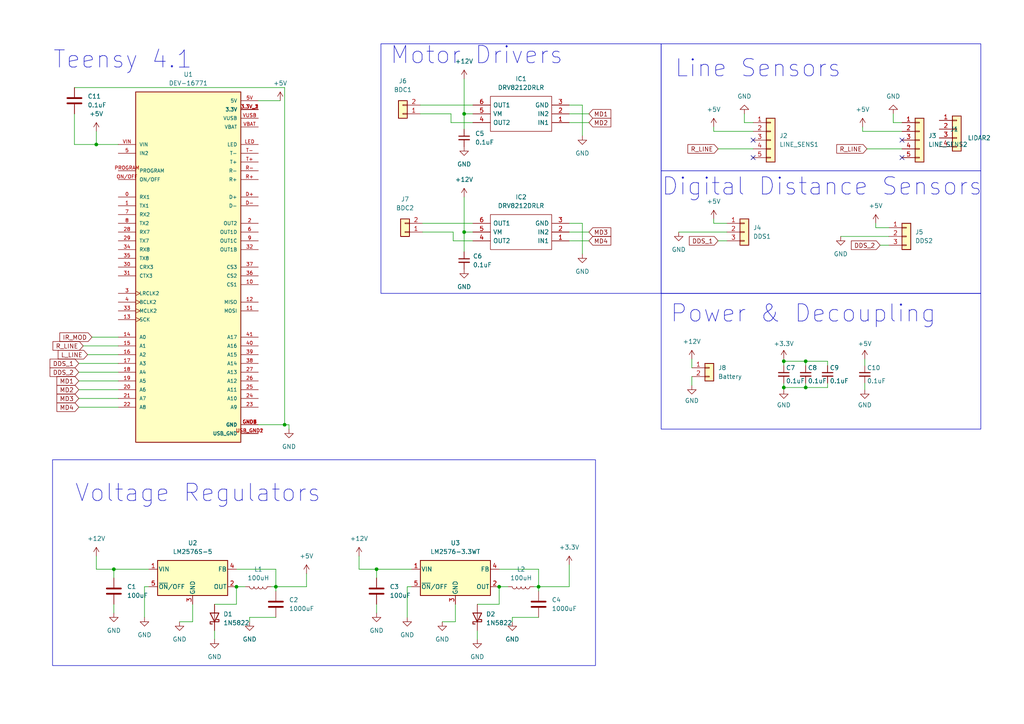
<source format=kicad_sch>
(kicad_sch (version 20230121) (generator eeschema)
  (paper "A4")
  (lib_symbols
    (symbol "C_1" (pin_numbers hide) (pin_names (offset 0.254))
      (property "Reference" "C2" (at 3.81 1.27 0))
      (property "Value" "1000uF" (at 3.81 -1.27 0))
      (symbol "C_1_0_1"
        (polyline (pts (xy -2.032 -0.762) (xy 2.032 -0.762)) (stroke (width 0.508)))
        (polyline (pts (xy -2.032 0.762) (xy 2.032 0.762)) (stroke (width 0.508)))
      )
      (symbol "C_1_1_1"
        (pin passive line (at 0 3.81 270) (length 2.794) (name "~") (number "1"))
        (pin passive line (at 0 -3.81 90) (length 2.794) (name "~") (number "2"))
      )
    )
    (symbol "C_2" (pin_numbers hide) (pin_names (offset 0.254))
      (property "Reference" "C" (at 0.635 2.54 0))
      (property "Value" "C" (at 0.635 -2.54 0))
      (symbol "C_2_0_1"
        (polyline (pts (xy -2.032 -0.762) (xy 2.032 -0.762)) (stroke (width 0.508)))
        (polyline (pts (xy -2.032 0.762) (xy 2.032 0.762)) (stroke (width 0.508)))
      )
      (symbol "C_2_1_1"
        (pin passive line (at 0 3.81 270) (length 2.794) (name "~") (number "1"))
        (pin passive line (at 0 -3.81 90) (length 2.794) (name "~") (number "2"))
      )
    )
    (symbol "Connector_Generic:Conn_01x02" (pin_names (offset 1.016) hide)
      (property "Reference" "J" (at 0 2.54 0))
      (property "Value" "Conn_01x02" (at 0 -5.08 0))
      (symbol "Conn_01x02_1_1"
        (rectangle (start -1.27 -2.413) (end 0 -2.667) (stroke (width 0.1524)))
        (rectangle (start -1.27 0.127) (end 0 -0.127) (stroke (width 0.1524)))
        (rectangle (start -1.27 1.27) (end 1.27 -3.81) (stroke (width 0.254)) (fill (type background)))
        (pin passive line (at -5.08 0 0) (length 3.81) (name "Pin_1") (number "1"))
        (pin passive line (at -5.08 -2.54 0) (length 3.81) (name "Pin_2") (number "2"))
      )
    )
    (symbol "Connector_Generic:Conn_01x03" (pin_names (offset 1.016) hide)
      (property "Reference" "J" (at 0 5.08 0))
      (property "Value" "Conn_01x03" (at 0 -5.08 0))
      (symbol "Conn_01x03_1_1"
        (rectangle (start -1.27 -2.413) (end 0 -2.667) (stroke (width 0.1524)))
        (rectangle (start -1.27 0.127) (end 0 -0.127) (stroke (width 0.1524)))
        (rectangle (start -1.27 2.667) (end 0 2.413) (stroke (width 0.1524)))
        (rectangle (start -1.27 3.81) (end 1.27 -3.81) (stroke (width 0.254)) (fill (type background)))
        (pin passive line (at -5.08 2.54 0) (length 3.81) (name "Pin_1") (number "1"))
        (pin passive line (at -5.08 0 0) (length 3.81) (name "Pin_2") (number "2"))
        (pin passive line (at -5.08 -2.54 0) (length 3.81) (name "Pin_3") (number "3"))
      )
    )
    (symbol "Connector_Generic:Conn_01x04" (pin_names (offset 1.016) hide)
      (property "Reference" "J" (at 0 5.08 0))
      (property "Value" "Conn_01x04" (at 0 -7.62 0))
      (symbol "Conn_01x04_1_1"
        (rectangle (start -1.27 -4.953) (end 0 -5.207) (stroke (width 0.1524)))
        (rectangle (start -1.27 -2.413) (end 0 -2.667) (stroke (width 0.1524)))
        (rectangle (start -1.27 0.127) (end 0 -0.127) (stroke (width 0.1524)))
        (rectangle (start -1.27 2.667) (end 0 2.413) (stroke (width 0.1524)))
        (rectangle (start -1.27 3.81) (end 1.27 -6.35) (stroke (width 0.254)) (fill (type background)))
        (pin passive line (at -5.08 2.54 0) (length 3.81) (name "Pin_1") (number "1"))
        (pin passive line (at -5.08 0 0) (length 3.81) (name "Pin_2") (number "2"))
        (pin passive line (at -5.08 -2.54 0) (length 3.81) (name "Pin_3") (number "3"))
        (pin passive line (at -5.08 -5.08 0) (length 3.81) (name "Pin_4") (number "4"))
      )
    )
    (symbol "Connector_Generic:Conn_01x05" (pin_names (offset 1.016) hide)
      (property "Reference" "J" (at 0 7.62 0))
      (property "Value" "Conn_01x05" (at 0 -7.62 0))
      (symbol "Conn_01x05_1_1"
        (rectangle (start -1.27 -4.953) (end 0 -5.207) (stroke (width 0.1524)))
        (rectangle (start -1.27 -2.413) (end 0 -2.667) (stroke (width 0.1524)))
        (rectangle (start -1.27 0.127) (end 0 -0.127) (stroke (width 0.1524)))
        (rectangle (start -1.27 2.667) (end 0 2.413) (stroke (width 0.1524)))
        (rectangle (start -1.27 5.207) (end 0 4.953) (stroke (width 0.1524)))
        (rectangle (start -1.27 6.35) (end 1.27 -6.35) (stroke (width 0.254)) (fill (type background)))
        (pin passive line (at -5.08 5.08 0) (length 3.81) (name "Pin_1") (number "1"))
        (pin passive line (at -5.08 2.54 0) (length 3.81) (name "Pin_2") (number "2"))
        (pin passive line (at -5.08 0 0) (length 3.81) (name "Pin_3") (number "3"))
        (pin passive line (at -5.08 -2.54 0) (length 3.81) (name "Pin_4") (number "4"))
        (pin passive line (at -5.08 -5.08 0) (length 3.81) (name "Pin_5") (number "5"))
      )
    )
    (symbol "DEV-16771:DEV-16771" (pin_names (offset 1.016))
      (property "Reference" "U" (at -15.24 52.07 0))
      (property "Value" "DEV-16771" (at -15.24 -53.34 0))
      (symbol "DEV-16771_0_0"
        (rectangle (start -15.24 -50.8) (end 15.24 50.8) (stroke (width 0.254)) (fill (type background)))
        (pin bidirectional line (at -20.32 20.32 0) (length 5.08) (name "RX1") (number "0"))
        (pin bidirectional line (at -20.32 17.78 0) (length 5.08) (name "TX1") (number "1"))
        (pin bidirectional line (at 20.32 -5.08 180) (length 5.08) (name "CS1") (number "10"))
        (pin bidirectional line (at 20.32 -12.7 180) (length 5.08) (name "MOSI") (number "11"))
        (pin bidirectional line (at 20.32 -10.16 180) (length 5.08) (name "MISO") (number "12"))
        (pin bidirectional clock (at -20.32 -15.24 0) (length 5.08) (name "SCK") (number "13"))
        (pin bidirectional line (at -20.32 -20.32 0) (length 5.08) (name "A0") (number "14"))
        (pin bidirectional line (at -20.32 -22.86 0) (length 5.08) (name "A1") (number "15"))
        (pin bidirectional line (at -20.32 -25.4 0) (length 5.08) (name "A2") (number "16"))
        (pin bidirectional line (at -20.32 -27.94 0) (length 5.08) (name "A3") (number "17"))
        (pin bidirectional line (at -20.32 -30.48 0) (length 5.08) (name "A4") (number "18"))
        (pin bidirectional line (at -20.32 -33.02 0) (length 5.08) (name "A5") (number "19"))
        (pin output line (at 20.32 12.7 180) (length 5.08) (name "OUT2") (number "2"))
        (pin bidirectional line (at -20.32 -35.56 0) (length 5.08) (name "A6") (number "20"))
        (pin bidirectional line (at -20.32 -38.1 0) (length 5.08) (name "A7") (number "21"))
        (pin bidirectional line (at -20.32 -40.64 0) (length 5.08) (name "A8") (number "22"))
        (pin bidirectional line (at 20.32 -40.64 180) (length 5.08) (name "A9") (number "23"))
        (pin bidirectional line (at 20.32 -38.1 180) (length 5.08) (name "A10") (number "24"))
        (pin bidirectional line (at 20.32 -35.56 180) (length 5.08) (name "A11") (number "25"))
        (pin bidirectional line (at 20.32 -33.02 180) (length 5.08) (name "A12") (number "26"))
        (pin bidirectional line (at 20.32 -30.48 180) (length 5.08) (name "A13") (number "27"))
        (pin bidirectional line (at -20.32 10.16 0) (length 5.08) (name "RX7") (number "28"))
        (pin bidirectional line (at -20.32 7.62 0) (length 5.08) (name "TX7") (number "29"))
        (pin bidirectional clock (at -20.32 -7.62 0) (length 5.08) (name "LRCLK2") (number "3"))
        (pin power_in line (at 20.32 45.72 180) (length 5.08) (name "3.3V") (number "3.3V_1"))
        (pin power_in line (at 20.32 45.72 180) (length 5.08) (name "3.3V") (number "3.3V_2"))
        (pin power_in line (at 20.32 45.72 180) (length 5.08) (name "3.3V") (number "3.3V_3"))
        (pin bidirectional line (at -20.32 0 0) (length 5.08) (name "CRX3") (number "30"))
        (pin bidirectional line (at -20.32 -2.54 0) (length 5.08) (name "CTX3") (number "31"))
        (pin output line (at 20.32 5.08 180) (length 5.08) (name "OUT1B") (number "32"))
        (pin bidirectional clock (at -20.32 -12.7 0) (length 5.08) (name "MCLK2") (number "33"))
        (pin bidirectional line (at -20.32 5.08 0) (length 5.08) (name "RX8") (number "34"))
        (pin bidirectional line (at -20.32 2.54 0) (length 5.08) (name "TX8") (number "35"))
        (pin bidirectional line (at 20.32 -2.54 180) (length 5.08) (name "CS2") (number "36"))
        (pin bidirectional line (at 20.32 0 180) (length 5.08) (name "CS3") (number "37"))
        (pin bidirectional line (at 20.32 -27.94 180) (length 5.08) (name "A14") (number "38"))
        (pin bidirectional line (at 20.32 -25.4 180) (length 5.08) (name "A15") (number "39"))
        (pin bidirectional clock (at -20.32 -10.16 0) (length 5.08) (name "BCLK2") (number "4"))
        (pin bidirectional line (at 20.32 -22.86 180) (length 5.08) (name "A16") (number "40"))
        (pin bidirectional line (at 20.32 -20.32 180) (length 5.08) (name "A17") (number "41"))
        (pin bidirectional line (at -20.32 33.02 0) (length 5.08) (name "IN2") (number "5"))
        (pin power_in line (at 20.32 48.26 180) (length 5.08) (name "5V") (number "5V"))
        (pin output line (at 20.32 10.16 180) (length 5.08) (name "OUT1D") (number "6"))
        (pin bidirectional line (at -20.32 15.24 0) (length 5.08) (name "RX2") (number "7"))
        (pin bidirectional line (at -20.32 12.7 0) (length 5.08) (name "TX2") (number "8"))
        (pin output line (at 20.32 7.62 180) (length 5.08) (name "OUT1C") (number "9"))
        (pin bidirectional line (at 20.32 20.32 180) (length 5.08) (name "D+") (number "D+"))
        (pin bidirectional line (at 20.32 17.78 180) (length 5.08) (name "D-") (number "D-"))
        (pin power_in line (at 20.32 -45.72 180) (length 5.08) (name "GND") (number "GND1"))
        (pin power_in line (at 20.32 -45.72 180) (length 5.08) (name "GND") (number "GND2"))
        (pin power_in line (at 20.32 -45.72 180) (length 5.08) (name "GND") (number "GND3"))
        (pin power_in line (at 20.32 -45.72 180) (length 5.08) (name "GND") (number "GND4"))
        (pin power_in line (at 20.32 -45.72 180) (length 5.08) (name "GND") (number "GND5"))
        (pin bidirectional line (at 20.32 35.56 180) (length 5.08) (name "LED") (number "LED"))
        (pin bidirectional line (at -20.32 25.4 0) (length 5.08) (name "ON/OFF") (number "ON/OFF"))
        (pin bidirectional line (at -20.32 27.94 0) (length 5.08) (name "PROGRAM") (number "PROGRAM"))
        (pin bidirectional line (at 20.32 25.4 180) (length 5.08) (name "R+") (number "R+"))
        (pin bidirectional line (at 20.32 27.94 180) (length 5.08) (name "R-") (number "R-"))
        (pin bidirectional line (at 20.32 30.48 180) (length 5.08) (name "T+") (number "T+"))
        (pin bidirectional line (at 20.32 33.02 180) (length 5.08) (name "T-") (number "T-"))
        (pin power_in line (at 20.32 -48.26 180) (length 5.08) (name "USB_GND") (number "USB_GND1"))
        (pin power_in line (at 20.32 -48.26 180) (length 5.08) (name "USB_GND") (number "USB_GND2"))
        (pin passive line (at 20.32 40.64 180) (length 5.08) (name "VBAT") (number "VBAT"))
        (pin input line (at -20.32 35.56 0) (length 5.08) (name "VIN") (number "VIN"))
        (pin passive line (at 20.32 43.18 180) (length 5.08) (name "VUSB") (number "VUSB"))
      )
    )
    (symbol "DRV8212DRLR:DRV8212DRLR" (pin_names (offset 0.762))
      (property "Reference" "IC" (at 24.13 7.62 0))
      (property "Value" "DRV8212DRLR" (at 24.13 5.08 0))
      (symbol "DRV8212DRLR_0_0"
        (pin passive line (at 0 0 0) (length 5.08) (name "IN1") (number "1"))
        (pin passive line (at 0 -2.54 0) (length 5.08) (name "IN2") (number "2"))
        (pin passive line (at 0 -5.08 0) (length 5.08) (name "GND") (number "3"))
        (pin passive line (at 27.94 0 180) (length 5.08) (name "OUT2") (number "4"))
        (pin passive line (at 27.94 -2.54 180) (length 5.08) (name "VM") (number "5"))
        (pin passive line (at 27.94 -5.08 180) (length 5.08) (name "OUT1") (number "6"))
      )
      (symbol "DRV8212DRLR_0_1"
        (polyline (pts (xy 5.08 2.54) (xy 22.86 2.54) (xy 22.86 -7.62) (xy 5.08 -7.62) (xy 5.08 2.54)) (stroke (width 0.1524)))
      )
    )
    (symbol "Device:C" (pin_numbers hide) (pin_names (offset 0.254))
      (property "Reference" "C1" (at 3.81 1.27 0))
      (property "Value" "100uF" (at 3.81 -1.27 0))
      (symbol "C_0_1"
        (polyline (pts (xy -2.032 -0.762) (xy 2.032 -0.762)) (stroke (width 0.508)))
        (polyline (pts (xy -2.032 0.762) (xy 2.032 0.762)) (stroke (width 0.508)))
      )
      (symbol "C_1_1"
        (pin passive line (at 0 3.81 270) (length 2.794) (name "~") (number "1"))
        (pin passive line (at 0 -3.81 90) (length 2.794) (name "~") (number "2"))
      )
    )
    (symbol "Device:C_Small" (pin_numbers hide) (pin_names (offset 0.254) hide)
      (property "Reference" "C" (at 0.254 1.778 0))
      (property "Value" "C_Small" (at 0.254 -2.032 0))
      (symbol "C_Small_0_1"
        (polyline (pts (xy -1.524 -0.508) (xy 1.524 -0.508)) (stroke (width 0.3302)))
        (polyline (pts (xy -1.524 0.508) (xy 1.524 0.508)) (stroke (width 0.3048)))
      )
      (symbol "C_Small_1_1"
        (pin passive line (at 0 2.54 270) (length 2.032) (name "~") (number "1"))
        (pin passive line (at 0 -2.54 90) (length 2.032) (name "~") (number "2"))
      )
    )
    (symbol "Device:L" (pin_numbers hide) (pin_names (offset 1.016) hide)
      (property "Reference" "L1" (at -5.08 0 90))
      (property "Value" "100uH" (at -2.54 0 90))
      (symbol "L_0_1"
        (arc (start 0 -2.54) (mid 0.6323 -1.905) (end 0 -1.27))
        (arc (start 0 -1.27) (mid 0.6323 -0.635) (end 0 0))
        (arc (start 0 0) (mid 0.6323 0.635) (end 0 1.27))
        (arc (start 0 1.27) (mid 0.6323 1.905) (end 0 2.54))
      )
      (symbol "L_1_1"
        (pin passive line (at 0 3.81 270) (length 1.27) (name "1") (number "1"))
        (pin passive line (at 0 -3.81 90) (length 1.27) (name "2") (number "2"))
      )
    )
    (symbol "Diode:1N5822" (pin_numbers hide) (pin_names (offset 1.016) hide)
      (property "Reference" "D" (at 0 2.54 0))
      (property "Value" "1N5822" (at 0 -2.54 0))
      (symbol "1N5822_0_1"
        (polyline (pts (xy 1.27 0) (xy -1.27 0)))
        (polyline (pts (xy 1.27 1.27) (xy 1.27 -1.27) (xy -1.27 0) (xy 1.27 1.27)) (stroke (width 0.254)))
        (polyline (pts (xy -1.905 0.635) (xy -1.905 1.27) (xy -1.27 1.27) (xy -1.27 -1.27) (xy -0.635 -1.27) (xy -0.635 -0.635)) (stroke (width 0.254)))
      )
      (symbol "1N5822_1_1"
        (pin passive line (at -3.81 0 0) (length 2.54) (name "K") (number "1"))
        (pin passive line (at 3.81 0 180) (length 2.54) (name "A") (number "2"))
      )
    )
    (symbol "Regulator_Switching:LM2576S-5" (pin_names (offset 0.254))
      (property "Reference" "U" (at -10.16 6.35 0))
      (property "Value" "LM2576S-5" (at 0 6.35 0))
      (symbol "LM2576S-5_0_1"
        (rectangle (start -10.16 5.08) (end 10.16 -5.08) (stroke (width 0.254)) (fill (type background)))
      )
      (symbol "LM2576S-5_1_1"
        (pin power_in line (at -12.7 2.54 0) (length 2.54) (name "VIN") (number "1"))
        (pin output line (at 12.7 -2.54 180) (length 2.54) (name "OUT") (number "2"))
        (pin power_in line (at 0 -7.62 90) (length 2.54) (name "GND") (number "3"))
        (pin input line (at 12.7 2.54 180) (length 2.54) (name "FB") (number "4"))
        (pin input line (at -12.7 -2.54 0) (length 2.54) (name "~{ON}/OFF") (number "5"))
      )
    )
    (symbol "power:+12V" (power) (pin_names (offset 0))
      (property "Value" "+12V" (at 0 3.556 0))
      (symbol "+12V_0_1"
        (polyline (pts (xy -0.762 1.27) (xy 0 2.54)))
        (polyline (pts (xy 0 0) (xy 0 2.54)))
        (polyline (pts (xy 0 2.54) (xy 0.762 1.27)))
      )
      (symbol "+12V_1_1"
        (pin power_in line (at 0 0 90) (length 0) hide (name "+12V") (number "1"))
      )
    )
    (symbol "power:+3.3V" (power) (pin_names (offset 0))
      (property "Value" "+3.3V" (at 0 3.556 0))
      (symbol "+3.3V_0_1"
        (polyline (pts (xy -0.762 1.27) (xy 0 2.54)))
        (polyline (pts (xy 0 0) (xy 0 2.54)))
        (polyline (pts (xy 0 2.54) (xy 0.762 1.27)))
      )
      (symbol "+3.3V_1_1"
        (pin power_in line (at 0 0 90) (length 0) hide (name "+3.3V") (number "1"))
      )
    )
    (symbol "power:+5V" (power) (pin_names (offset 0))
      (property "Value" "+5V" (at 0 3.556 0))
      (symbol "+5V_0_1"
        (polyline (pts (xy -0.762 1.27) (xy 0 2.54)))
        (polyline (pts (xy 0 0) (xy 0 2.54)))
        (polyline (pts (xy 0 2.54) (xy 0.762 1.27)))
      )
      (symbol "+5V_1_1"
        (pin power_in line (at 0 0 90) (length 0) hide (name "+5V") (number "1"))
      )
    )
    (symbol "power:GND" (power) (pin_names (offset 0))
      (property "Value" "GND" (at 0 -3.81 0))
      (symbol "GND_0_1"
        (polyline (pts (xy 0 0) (xy 0 -1.27) (xy 1.27 -1.27) (xy 0 -2.54) (xy -1.27 -1.27) (xy 0 -1.27)))
      )
      (symbol "GND_1_1"
        (pin power_in line (at 0 0 270) (length 0) hide (name "GND") (number "1"))
      )
    )
  )
  (junction (at 233.68 104.775))
  (junction (at 227.33 112.395))
  (junction (at 68.58 170.18))
  (junction (at 134.62 33.02))
  (junction (at 109.22 165.1))
  (junction (at 33.02 165.1))
  (junction (at 134.62 67.31))
  (junction (at 233.68 112.395))
  (junction (at 82.55 123.19))
  (junction (at 144.78 170.18))
  (junction (at 156.21 170.18))
  (junction (at 80.01 170.18))
  (junction (at 227.33 104.775))
  (junction (at 27.94 41.91))
  (no_connect (at 218.44 40.64))
  (no_connect (at 261.62 45.72))
  (no_connect (at 261.62 40.64))
  (no_connect (at 218.44 45.72))
  (wire (pts (xy 138.43 182.88) (xy 138.43 185.42)))
  (wire (pts (xy 156.21 179.07) (xy 148.59 179.07)))
  (wire (pts (xy 215.9 33.02) (xy 215.9 35.56)))
  (wire (pts (xy 121.92 33.02) (xy 130.81 33.02)))
  (wire (pts (xy 233.68 111.125) (xy 233.68 112.395)))
  (wire (pts (xy 104.14 161.29) (xy 104.14 165.1)))
  (wire (pts (xy 156.21 170.18) (xy 156.21 171.45)))
  (wire (pts (xy 207.01 64.77) (xy 210.82 64.77)))
  (wire (pts (xy 131.445 69.85) (xy 131.445 67.31)))
  (wire (pts (xy 215.9 35.56) (xy 218.44 35.56)))
  (wire (pts (xy 27.94 165.1) (xy 33.02 165.1)))
  (wire (pts (xy 22.86 107.95) (xy 34.29 107.95)))
  (wire (pts (xy 122.555 64.77) (xy 137.16 64.77)))
  (wire (pts (xy 43.18 170.18) (xy 41.91 170.18)))
  (wire (pts (xy 144.78 165.1) (xy 156.21 165.1)))
  (wire (pts (xy 21.59 25.4) (xy 82.55 25.4)))
  (wire (pts (xy 156.21 170.18) (xy 165.1 170.18)))
  (wire (pts (xy 104.14 165.1) (xy 109.22 165.1)))
  (wire (pts (xy 26.67 97.79) (xy 34.29 97.79)))
  (wire (pts (xy 144.78 170.18) (xy 147.32 170.18)))
  (wire (pts (xy 207.01 63.5) (xy 207.01 64.77)))
  (wire (pts (xy 22.86 113.03) (xy 34.29 113.03)))
  (wire (pts (xy 72.39 179.07) (xy 72.39 180.34)))
  (wire (pts (xy 208.28 69.85) (xy 210.82 69.85)))
  (wire (pts (xy 80.01 165.1) (xy 80.01 170.18)))
  (wire (pts (xy 218.44 38.1) (xy 207.01 38.1)))
  (wire (pts (xy 118.11 170.18) (xy 118.11 179.07)))
  (wire (pts (xy 227.33 104.775) (xy 227.33 106.045)))
  (wire (pts (xy 254 64.77) (xy 254 66.04)))
  (wire (pts (xy 82.55 25.4) (xy 82.55 123.19)))
  (wire (pts (xy 134.62 57.15) (xy 134.62 67.31)))
  (wire (pts (xy 227.33 112.395) (xy 227.33 113.03)))
  (wire (pts (xy 240.03 111.125) (xy 240.03 112.395)))
  (wire (pts (xy 132.08 180.34) (xy 128.27 180.34)))
  (wire (pts (xy 109.22 165.1) (xy 119.38 165.1)))
  (wire (pts (xy 259.08 35.56) (xy 261.62 35.56)))
  (wire (pts (xy 240.03 104.775) (xy 233.68 104.775)))
  (wire (pts (xy 74.93 29.21) (xy 81.28 29.21)))
  (wire (pts (xy 165.1 33.02) (xy 170.815 33.02)))
  (wire (pts (xy 165.1 163.83) (xy 165.1 170.18)))
  (wire (pts (xy 233.68 112.395) (xy 240.03 112.395)))
  (wire (pts (xy 80.01 179.07) (xy 72.39 179.07)))
  (wire (pts (xy 156.21 165.1) (xy 156.21 170.18)))
  (wire (pts (xy 22.86 118.11) (xy 34.29 118.11)))
  (wire (pts (xy 168.91 30.48) (xy 168.91 39.37)))
  (wire (pts (xy 55.88 180.34) (xy 52.07 180.34)))
  (wire (pts (xy 200.66 109.22) (xy 200.66 111.76)))
  (wire (pts (xy 240.03 106.045) (xy 240.03 104.775)))
  (wire (pts (xy 62.23 182.88) (xy 62.23 185.42)))
  (wire (pts (xy 200.66 106.68) (xy 200.66 104.14)))
  (wire (pts (xy 78.74 170.18) (xy 80.01 170.18)))
  (wire (pts (xy 55.88 175.26) (xy 55.88 180.34)))
  (wire (pts (xy 80.01 170.18) (xy 80.01 171.45)))
  (wire (pts (xy 21.59 41.91) (xy 27.94 41.91)))
  (wire (pts (xy 27.94 41.91) (xy 34.29 41.91)))
  (wire (pts (xy 208.28 43.18) (xy 218.44 43.18)))
  (wire (pts (xy 83.82 123.19) (xy 83.82 124.46)))
  (wire (pts (xy 165.1 64.77) (xy 168.91 64.77)))
  (wire (pts (xy 227.33 112.395) (xy 233.68 112.395)))
  (wire (pts (xy 109.22 175.26) (xy 109.22 177.8)))
  (wire (pts (xy 144.78 175.26) (xy 144.78 170.18)))
  (wire (pts (xy 119.38 170.18) (xy 118.11 170.18)))
  (wire (pts (xy 68.58 165.1) (xy 80.01 165.1)))
  (wire (pts (xy 165.1 35.56) (xy 170.815 35.56)))
  (wire (pts (xy 27.94 41.91) (xy 27.94 38.1)))
  (wire (pts (xy 168.91 30.48) (xy 165.1 30.48)))
  (wire (pts (xy 243.84 68.58) (xy 257.81 68.58)))
  (wire (pts (xy 21.59 33.02) (xy 21.59 41.91)))
  (wire (pts (xy 227.33 111.125) (xy 227.33 112.395)))
  (wire (pts (xy 254 66.04) (xy 257.81 66.04)))
  (wire (pts (xy 134.62 22.86) (xy 134.62 33.02)))
  (wire (pts (xy 121.92 30.48) (xy 137.16 30.48)))
  (wire (pts (xy 130.81 33.02) (xy 130.81 35.56)))
  (wire (pts (xy 250.825 104.14) (xy 250.825 106.045)))
  (wire (pts (xy 207.01 38.1) (xy 207.01 36.83)))
  (wire (pts (xy 41.91 170.18) (xy 41.91 179.07)))
  (wire (pts (xy 22.86 110.49) (xy 34.29 110.49)))
  (wire (pts (xy 68.58 170.18) (xy 71.12 170.18)))
  (wire (pts (xy 137.16 69.85) (xy 131.445 69.85)))
  (wire (pts (xy 33.02 165.1) (xy 33.02 167.64)))
  (wire (pts (xy 196.85 67.31) (xy 210.82 67.31)))
  (wire (pts (xy 33.02 165.1) (xy 43.18 165.1)))
  (wire (pts (xy 227.33 104.14) (xy 227.33 104.775)))
  (wire (pts (xy 80.01 170.18) (xy 88.9 170.18)))
  (wire (pts (xy 148.59 179.07) (xy 148.59 180.34)))
  (wire (pts (xy 24.13 100.33) (xy 34.29 100.33)))
  (wire (pts (xy 25.4 102.87) (xy 34.29 102.87)))
  (wire (pts (xy 250.825 111.125) (xy 250.825 113.03)))
  (wire (pts (xy 88.9 166.37) (xy 88.9 170.18)))
  (wire (pts (xy 22.86 105.41) (xy 34.29 105.41)))
  (wire (pts (xy 154.94 170.18) (xy 156.21 170.18)))
  (wire (pts (xy 233.68 104.775) (xy 227.33 104.775)))
  (wire (pts (xy 259.08 33.02) (xy 259.08 35.56)))
  (wire (pts (xy 68.58 175.26) (xy 68.58 170.18)))
  (wire (pts (xy 82.55 123.19) (xy 83.82 123.19)))
  (wire (pts (xy 251.46 43.18) (xy 261.62 43.18)))
  (wire (pts (xy 138.43 175.26) (xy 144.78 175.26)))
  (wire (pts (xy 131.445 67.31) (xy 122.555 67.31)))
  (wire (pts (xy 22.86 115.57) (xy 34.29 115.57)))
  (wire (pts (xy 250.19 38.1) (xy 250.19 36.83)))
  (wire (pts (xy 134.62 33.02) (xy 134.62 37.465)))
  (wire (pts (xy 137.16 67.31) (xy 134.62 67.31)))
  (wire (pts (xy 109.22 165.1) (xy 109.22 167.64)))
  (wire (pts (xy 233.68 104.775) (xy 233.68 106.045)))
  (wire (pts (xy 165.1 67.31) (xy 170.815 67.31)))
  (wire (pts (xy 27.94 161.29) (xy 27.94 165.1)))
  (wire (pts (xy 74.93 123.19) (xy 82.55 123.19)))
  (wire (pts (xy 130.81 35.56) (xy 137.16 35.56)))
  (wire (pts (xy 261.62 38.1) (xy 250.19 38.1)))
  (wire (pts (xy 134.62 67.31) (xy 134.62 73.025)))
  (wire (pts (xy 168.91 73.66) (xy 168.91 64.77)))
  (wire (pts (xy 33.02 175.26) (xy 33.02 177.8)))
  (wire (pts (xy 165.1 69.85) (xy 170.815 69.85)))
  (wire (pts (xy 132.08 175.26) (xy 132.08 180.34)))
  (wire (pts (xy 255.27 71.12) (xy 257.81 71.12)))
  (wire (pts (xy 134.62 33.02) (xy 137.16 33.02)))
  (wire (pts (xy 62.23 175.26) (xy 68.58 175.26)))
  (rectangle (start 191.77 12.7) (end 284.48 49.53))
  (rectangle (start 110.49 12.7) (end 191.77 85.09))
  (rectangle (start 191.77 49.53) (end 284.48 85.09))
  (rectangle (start 15.24 133.35) (end 172.72 193.04))
  (rectangle (start 191.77 85.09) (end 284.48 124.46))
  (text "Power & Decoupling" (at 194.31 93.98 0) (effects (font (size 5 5)) (justify left bottom)))
  (text "Line Sensors" (at 195.58 22.86 0) (effects (font (size 5 5)) (justify left bottom)))
  (text "Teensy 4.1" (at 15.24 20.32 0) (effects (font (size 5 5)) (justify left bottom)))
  (text "Voltage Regulators" (at 21.59 146.05 0) (effects (font (size 5 5)) (justify left bottom)))
  (text "Motor Drivers\n" (at 113.03 19.05 0) (effects (font (size 5 5)) (justify left bottom)))
  (text "Digital Distance Sensors\n" (at 191.77 57.15 0) (effects (font (size 5 5)) (justify left bottom)))
  (global_label "MD3" (shape input) (at 22.86 115.57 180) (property "Intersheetrefs" "${INTERSHEET_REFS}" (effects hide)))
  (global_label "DDS_1" (shape input) (at 22.86 105.41 180) (property "Intersheetrefs" "${INTERSHEET_REFS}" (effects hide)))
  (global_label "DDS_2" (shape input) (at 22.86 107.95 180) (property "Intersheetrefs" "${INTERSHEET_REFS}" (effects hide)))
  (global_label "MD4" (shape input) (at 170.815 69.85 0) (property "Intersheetrefs" "${INTERSHEET_REFS}" (effects hide)))
  (global_label "L_LINE" (shape input) (at 25.4 102.87 180) (property "Intersheetrefs" "${INTERSHEET_REFS}" (effects hide)))
  (global_label "R_LINE" (shape input) (at 208.28 43.18 180) (property "Intersheetrefs" "${INTERSHEET_REFS}" (effects hide)))
  (global_label "MD1" (shape input) (at 22.86 110.49 180) (property "Intersheetrefs" "${INTERSHEET_REFS}" (effects hide)))
  (global_label "DDS_1" (shape input) (at 208.28 69.85 180) (property "Intersheetrefs" "${INTERSHEET_REFS}" (effects hide)))
  (global_label "MD2" (shape input) (at 170.815 35.56 0) (property "Intersheetrefs" "${INTERSHEET_REFS}" (effects hide)))
  (global_label "MD4" (shape input) (at 22.86 118.11 180) (property "Intersheetrefs" "${INTERSHEET_REFS}" (effects hide)))
  (global_label "MD2" (shape input) (at 22.86 113.03 180) (property "Intersheetrefs" "${INTERSHEET_REFS}" (effects hide)))
  (global_label "R_LINE" (shape input) (at 24.13 100.33 180) (property "Intersheetrefs" "${INTERSHEET_REFS}" (effects hide)))
  (global_label "IR_MOD" (shape input) (at 26.67 97.79 180) (property "Intersheetrefs" "${INTERSHEET_REFS}" (effects hide)))
  (global_label "MD1" (shape input) (at 170.815 33.02 0) (property "Intersheetrefs" "${INTERSHEET_REFS}" (effects hide)))
  (global_label "MD3" (shape input) (at 170.815 67.31 0) (property "Intersheetrefs" "${INTERSHEET_REFS}" (effects hide)))
  (global_label "R_LINE" (shape input) (at 251.46 43.18 180) (property "Intersheetrefs" "${INTERSHEET_REFS}" (effects hide)))
  (global_label "DDS_2" (shape input) (at 255.27 71.12 180) (property "Intersheetrefs" "${INTERSHEET_REFS}" (effects hide)))
  (symbol (lib_id "power:GND") (at 243.84 68.58 0) (unit 1)
    (property "Reference" "#PWR09" (effects hide))
    (property "Value" "GND" (at 243.84 73.66 0))
  )
  (symbol (lib_id "power:GND") (at 134.62 78.105 0) (unit 1)
    (property "Reference" "#PWR028" (effects hide))
    (property "Value" "GND" (at 134.62 83.185 0))
  )
  (symbol (lib_id "Device:C_Small") (at 134.62 75.565 0) (unit 1)
    (property "Reference" "C6" (at 137.16 74.3012 0) (effects (justify left)))
    (property "Value" "0.1uF" (at 137.16 76.8412 0) (effects (justify left)))
    (property "Footprint" "Capacitor_SMD:C_0201_0603Metric" (effects hide))
  )
  (symbol (lib_id "power:+12V") (at 200.66 104.14 0) (unit 1)
    (property "Reference" "#PWR031" (effects hide))
    (property "Value" "+12V" (at 200.66 99.06 0))
  )
  (symbol (lib_id "power:GND") (at 33.02 177.8 0) (unit 1)
    (property "Reference" "#PWR012" (effects hide))
    (property "Value" "GND" (at 33.02 182.88 0))
  )
  (symbol (lib_id "Connector_Generic:Conn_01x03") (at 215.9 67.31 0) (unit 1)
    (property "Reference" "J4" (at 218.44 66.04 0) (effects (justify left)))
    (property "Value" "DDS1" (at 218.44 68.58 0) (effects (justify left)))
  )
  (symbol (lib_id "DRV8212DRLR:DRV8212DRLR") (at 165.1 69.85 180) (unit 1)
    (property "Reference" "IC2" (at 151.13 57.15 0))
    (property "Value" "DRV8212DRLR" (at 151.13 59.69 0))
    (property "Footprint" "RatatoulliLibrary:SOTFL50P160X60-6N" (effects hide))
    (property "Datasheet" "https://www.ti.com/lit/ds/symlink/drv8212.pdf?ts=1631761675954&ref_url=https%253A%252F%252Fwww.ti.com%252Fstore%252Fti%252Fen%252Fp%252Fproduct%252F%253Fp%253DDRV8212DRLR%2526keyMatch%253DDRV8212DRLR%2526tisearch%253Dsearch-everything%2526usecase%253DOPN" (effects hide))
    (property "Description" "Motor / Motion / Ignition Controllers & Drivers 12-V, 2-A Low voltage H-bridge motor driver" (effects hide))
    (property "Height" "0.6" (effects hide))
    (property "Manufacturer_Name" "Texas Instruments" (effects hide))
    (property "Manufacturer_Part_Number" "DRV8212DRLR" (effects hide))
    (property "Mouser Part Number" "595-DRV8212DRLR" (effects hide))
    (property "Mouser Price/Stock" "https://www.mouser.co.uk/ProductDetail/Texas-Instruments/DRV8212DRLR?qs=7D1LtPJG0i3wtDTC%2FUQdKg%3D%3D" (effects hide))
  )
  (symbol (lib_id "power:GND") (at 215.9 33.02 0) (mirror x) (unit 1)
    (property "Reference" "#PWR04" (effects hide))
    (property "Value" "GND" (at 215.9 27.94 0))
  )
  (symbol (lib_id "Connector_Generic:Conn_01x02") (at 205.74 106.68 0) (unit 1)
    (property "Reference" "J8" (at 208.28 106.6799 0) (effects (justify left)))
    (property "Value" "Battery" (at 208.28 109.2199 0) (effects (justify left)))
  )
  (symbol (lib_id "power:GND") (at 148.59 180.34 0) (unit 1)
    (property "Reference" "#PWR023" (effects hide))
    (property "Value" "GND" (at 148.59 185.42 0))
  )
  (symbol (lib_id "power:+3.3V") (at 165.1 163.83 0) (unit 1)
    (property "Reference" "#PWR024" (effects hide))
    (property "Value" "+3.3V" (at 165.1 158.75 0))
  )
  (symbol (lib_id "power:+12V") (at 104.14 161.29 0) (unit 1)
    (property "Reference" "#PWR018" (effects hide))
    (property "Value" "+12V" (at 104.14 156.21 0))
  )
  (symbol (lib_id "Device:L") (at 151.13 170.18 270) (unit 1)
    (property "Reference" "L2" (at 151.13 165.1 90))
    (property "Value" "100uH" (at 151.13 167.64 90))
  )
  (symbol (lib_id "Device:C_Small") (at 227.33 108.585 0) (unit 1)
    (property "Reference" "C7" (at 227.965 106.68 0) (effects (justify left)))
    (property "Value" "0.1uF" (at 227.965 110.49 0) (effects (justify left)))
    (property "Footprint" "Capacitor_SMD:C_0201_0603Metric" (effects hide))
  )
  (symbol (lib_id "power:+12V") (at 134.62 22.86 0) (unit 1)
    (property "Reference" "#PWR025" (effects hide))
    (property "Value" "+12V" (at 134.62 17.78 0))
  )
  (symbol (lib_id "Connector_Generic:Conn_01x02") (at 117.475 67.31 180) (unit 1)
    (property "Reference" "J7" (at 117.475 57.785 0))
    (property "Value" "BDC2" (at 117.475 60.325 0))
  )
  (symbol (lib_id "Device:C") (at 33.02 171.45 0) (unit 1)
    (property "Reference" "C1" (at 36.83 170.18 0) (effects (justify left)))
    (property "Value" "100uF" (at 36.83 172.72 0) (effects (justify left)))
  )
  (symbol (lib_id "power:GND") (at 134.62 42.545 0) (unit 1)
    (property "Reference" "#PWR026" (effects hide))
    (property "Value" "GND" (at 134.62 47.625 0))
  )
  (symbol (lib_id "power:GND") (at 168.91 39.37 0) (unit 1)
    (property "Reference" "#PWR029" (effects hide))
    (property "Value" "GND" (at 168.91 44.45 0))
  )
  (symbol (lib_id "power:GND") (at 41.91 179.07 0) (unit 1)
    (property "Reference" "#PWR013" (effects hide))
    (property "Value" "GND" (at 41.91 184.15 0))
  )
  (symbol (lib_id "power:+12V") (at 27.94 161.29 0) (unit 1)
    (property "Reference" "#PWR011" (effects hide))
    (property "Value" "+12V" (at 27.94 156.21 0))
  )
  (symbol (lib_id "Diode:1N5822") (at 138.43 179.07 90) (unit 1)
    (property "Reference" "D2" (at 140.97 178.1175 90) (effects (justify right)))
    (property "Value" "1N5822" (at 140.97 180.6575 90) (effects (justify right)))
    (property "Footprint" "Diode_THT:D_DO-201AD_P15.24mm_Horizontal" (effects hide))
    (property "Datasheet" "http://www.vishay.com/docs/88526/1n5820.pdf" (effects hide))
  )
  (symbol (lib_id "power:+12V") (at 134.62 57.15 0) (unit 1)
    (property "Reference" "#PWR027" (effects hide))
    (property "Value" "+12V" (at 134.62 52.07 0))
  )
  (symbol (lib_id "power:GND") (at 83.82 124.46 0) (unit 1)
    (property "Reference" "#PWR01" (effects hide))
    (property "Value" "GND" (at 83.82 129.54 0))
  )
  (symbol (lib_name "C_1") (lib_id "Device:C") (at 80.01 175.26 0) (unit 1)
    (property "Reference" "C2" (at 83.82 173.99 0) (effects (justify left)))
    (property "Value" "1000uF" (at 83.82 176.53 0) (effects (justify left)))
  )
  (symbol (lib_id "power:GND") (at 196.85 67.31 0) (unit 1)
    (property "Reference" "#PWR07" (effects hide))
    (property "Value" "GND" (at 196.85 72.39 0))
  )
  (symbol (lib_id "Connector_Generic:Conn_01x04") (at 277.495 37.465 0) (unit 1)
    (property "Reference" "J1" (at 275.59 37.4649 0) (effects (justify left)))
    (property "Value" "LIDAR2" (at 280.67 40.0049 0) (effects (justify left)))
  )
  (symbol (lib_id "Diode:1N5822") (at 62.23 179.07 90) (unit 1)
    (property "Reference" "D1" (at 64.77 178.1175 90) (effects (justify right)))
    (property "Value" "1N5822" (at 64.77 180.6575 90) (effects (justify right)))
    (property "Footprint" "Diode_THT:D_DO-201AD_P15.24mm_Horizontal" (effects hide))
    (property "Datasheet" "http://www.vishay.com/docs/88526/1n5820.pdf" (effects hide))
  )
  (symbol (lib_id "power:+5V") (at 27.94 38.1 0) (unit 1)
    (property "Reference" "#PWR037" (effects hide))
    (property "Value" "+5V" (at 27.94 33.02 0))
  )
  (symbol (lib_id "Device:C_Small") (at 240.03 108.585 0) (unit 1)
    (property "Reference" "C9" (at 240.665 106.68 0) (effects (justify left)))
    (property "Value" "0.1uF" (at 240.665 110.49 0) (effects (justify left)))
    (property "Footprint" "Capacitor_SMD:C_0201_0603Metric" (effects hide))
  )
  (symbol (lib_id "power:GND") (at 109.22 177.8 0) (unit 1)
    (property "Reference" "#PWR019" (effects hide))
    (property "Value" "GND" (at 109.22 182.88 0))
  )
  (symbol (lib_id "power:GND") (at 138.43 185.42 0) (unit 1)
    (property "Reference" "#PWR022" (effects hide))
    (property "Value" "GND" (at 138.43 190.5 0))
  )
  (symbol (lib_id "power:+5V") (at 207.01 63.5 0) (unit 1)
    (property "Reference" "#PWR08" (effects hide))
    (property "Value" "+5V" (at 207.01 58.42 0))
  )
  (symbol (lib_id "power:+3.3V") (at 227.33 104.14 0) (unit 1)
    (property "Reference" "#PWR033" (effects hide))
    (property "Value" "+3.3V" (at 227.33 99.695 0))
  )
  (symbol (lib_id "Regulator_Switching:LM2576S-5") (at 55.88 167.64 0) (unit 1)
    (property "Reference" "U2" (at 55.88 157.48 0))
    (property "Value" "LM2576S-5" (at 55.88 160.02 0))
    (property "Footprint" "Package_TO_SOT_SMD:TO-263-5_TabPin3" (effects hide))
    (property "Datasheet" "http://www.ti.com/lit/ds/symlink/lm2576.pdf" (effects hide))
  )
  (symbol (lib_id "Connector_Generic:Conn_01x05") (at 266.7 40.64 0) (unit 1)
    (property "Reference" "J3" (at 269.24 39.37 0) (effects (justify left)))
    (property "Value" "LINE_SENS2" (at 269.24 41.91 0) (effects (justify left)))
  )
  (symbol (lib_id "power:GND") (at 72.39 180.34 0) (unit 1)
    (property "Reference" "#PWR016" (effects hide))
    (property "Value" "GND" (at 72.39 185.42 0))
  )
  (symbol (lib_id "Device:C") (at 109.22 171.45 0) (unit 1)
    (property "Reference" "C3" (at 113.03 170.18 0) (effects (justify left)))
    (property "Value" "100uF" (at 113.03 172.72 0) (effects (justify left)))
  )
  (symbol (lib_id "power:GND") (at 200.66 111.76 0) (unit 1)
    (property "Reference" "#PWR032" (effects hide))
    (property "Value" "GND" (at 200.66 116.205 0))
  )
  (symbol (lib_id "power:GND") (at 52.07 180.34 0) (unit 1)
    (property "Reference" "#PWR015" (effects hide))
    (property "Value" "GND" (at 52.07 185.42 0))
  )
  (symbol (lib_id "power:GND") (at 259.08 33.02 0) (mirror x) (unit 1)
    (property "Reference" "#PWR06" (effects hide))
    (property "Value" "GND" (at 259.08 27.94 0))
  )
  (symbol (lib_id "Regulator_Switching:LM2576S-5") (at 132.08 167.64 0) (unit 1)
    (property "Reference" "U3" (at 132.08 157.48 0))
    (property "Value" "LM2576-3.3WT" (at 132.08 160.02 0))
    (property "Footprint" "Package_TO_SOT_SMD:TO-263-5_TabPin3" (effects hide))
    (property "Datasheet" "http://www.ti.com/lit/ds/symlink/lm2576.pdf" (effects hide))
  )
  (symbol (lib_id "Device:C_Small") (at 233.68 108.585 0) (unit 1)
    (property "Reference" "C8" (at 234.315 106.68 0) (effects (justify left)))
    (property "Value" "0.1uF" (at 234.315 110.49 0) (effects (justify left)))
    (property "Footprint" "Capacitor_SMD:C_0201_0603Metric" (effects hide))
  )
  (symbol (lib_id "power:+5V") (at 250.825 104.14 0) (unit 1)
    (property "Reference" "#PWR035" (effects hide))
    (property "Value" "+5V" (at 250.825 99.695 0))
  )
  (symbol (lib_name "C_1") (lib_id "Device:C") (at 156.21 175.26 0) (unit 1)
    (property "Reference" "C4" (at 160.02 173.99 0) (effects (justify left)))
    (property "Value" "1000uF" (at 160.02 176.53 0) (effects (justify left)))
  )
  (symbol (lib_id "power:+5V") (at 88.9 166.37 0) (unit 1)
    (property "Reference" "#PWR017" (effects hide))
    (property "Value" "+5V" (at 88.9 161.29 0))
  )
  (symbol (lib_id "Device:C_Small") (at 250.825 108.585 0) (unit 1)
    (property "Reference" "C10" (at 251.46 106.68 0) (effects (justify left)))
    (property "Value" "0.1uF" (at 251.46 110.49 0) (effects (justify left)))
    (property "Footprint" "Capacitor_SMD:C_0201_0603Metric" (effects hide))
  )
  (symbol (lib_id "power:GND") (at 250.825 113.03 0) (unit 1)
    (property "Reference" "#PWR036" (effects hide))
    (property "Value" "GND" (at 250.825 117.475 0))
  )
  (symbol (lib_id "power:+5V") (at 207.01 36.83 0) (unit 1)
    (property "Reference" "#PWR03" (effects hide))
    (property "Value" "+5V" (at 207.01 31.75 0))
  )
  (symbol (lib_id "Device:L") (at 74.93 170.18 270) (unit 1)
    (property "Reference" "L1" (at 74.93 165.1 90))
    (property "Value" "100uH" (at 74.93 167.64 90))
  )
  (symbol (lib_id "power:GND") (at 227.33 113.03 0) (unit 1)
    (property "Reference" "#PWR034" (effects hide))
    (property "Value" "GND" (at 227.33 117.475 0))
  )
  (symbol (lib_id "power:+5V") (at 254 64.77 0) (unit 1)
    (property "Reference" "#PWR010" (effects hide))
    (property "Value" "+5V" (at 254 59.69 0))
  )
  (symbol (lib_id "Connector_Generic:Conn_01x03") (at 262.89 68.58 0) (unit 1)
    (property "Reference" "J5" (at 265.43 67.31 0) (effects (justify left)))
    (property "Value" "DDS2" (at 265.43 69.85 0) (effects (justify left)))
  )
  (symbol (lib_id "power:+5V") (at 81.28 29.21 0) (unit 1)
    (property "Reference" "#PWR02" (effects hide))
    (property "Value" "+5V" (at 81.28 24.13 0))
  )
  (symbol (lib_id "power:GND") (at 128.27 180.34 0) (unit 1)
    (property "Reference" "#PWR021" (effects hide))
    (property "Value" "GND" (at 128.27 185.42 0))
  )
  (symbol (lib_id "Connector_Generic:Conn_01x05") (at 223.52 40.64 0) (unit 1)
    (property "Reference" "J2" (at 226.06 39.37 0) (effects (justify left)))
    (property "Value" "LINE_SENS1" (at 226.06 41.91 0) (effects (justify left)))
  )
  (symbol (lib_id "Device:C_Small") (at 134.62 40.005 0) (unit 1)
    (property "Reference" "C5" (at 137.795 38.735 0) (effects (justify left)))
    (property "Value" "0.1uF" (at 137.795 41.2812 0) (effects (justify left)))
    (property "Footprint" "Capacitor_SMD:C_0201_0603Metric" (effects hide))
  )
  (symbol (lib_id "Connector_Generic:Conn_01x02") (at 116.84 33.02 180) (unit 1)
    (property "Reference" "J6" (at 116.84 23.495 0))
    (property "Value" "BDC1" (at 116.84 26.035 0))
  )
  (symbol (lib_id "power:+5V") (at 250.19 36.83 0) (unit 1)
    (property "Reference" "#PWR05" (effects hide))
    (property "Value" "+5V" (at 250.19 31.75 0))
  )
  (symbol (lib_id "DEV-16771:DEV-16771") (at 54.61 77.47 0) (unit 1)
    (property "Reference" "U1" (at 54.61 21.59 0))
    (property "Value" "DEV-16771" (at 54.61 24.13 0))
    (property "Footprint" "DEV-16771:MODULE_DEV-16771" (effects hide))
    (property "MF" "SparkFun Electronics" (effects hide))
    (property "MAXIMUM_PACKAGE_HEIGHT" "4.07mm" (effects hide))
    (property "Package" "None" (effects hide))
    (property "Price" "None" (effects hide))
    (property "Check_prices" "https://www.snapeda.com/parts/DEV-16771/SparkFun+Electronics/view-part/?ref=eda" (effects hide))
    (property "STANDARD" "Manufacturer recommendations" (effects hide))
    (property "PARTREV" "4.1" (effects hide))
    (property "SnapEDA_Link" "https://www.snapeda.com/parts/DEV-16771/SparkFun+Electronics/view-part/?ref=snap" (effects hide))
    (property "MP" "DEV-16771" (effects hide))
    (property "Purchase-URL" "https://www.snapeda.com/api/url_track_click_mouser/?unipart_id=4833875&manufacturer=SparkFun Electronics&part_name=DEV-16771&search_term=None" (effects hide))
    (property "Description" "\nRT1062 Teensy 4.1 series ARM® Cortex®-M7 MPU Embedded Evaluation Board\n" (effects hide))
    (property "Availability" "In Stock" (effects hide))
    (property "MANUFACTURER" "SparkFun Electronics" (effects hide))
  )
  (symbol (lib_id "DRV8212DRLR:DRV8212DRLR") (at 165.1 35.56 180) (unit 1)
    (property "Reference" "IC1" (at 151.13 22.86 0))
    (property "Value" "DRV8212DRLR" (at 151.13 25.4 0))
    (property "Footprint" "RatatoulliLibrary:SOTFL50P160X60-6N" (effects hide))
    (property "Datasheet" "https://www.ti.com/lit/ds/symlink/drv8212.pdf?ts=1631761675954&ref_url=https%253A%252F%252Fwww.ti.com%252Fstore%252Fti%252Fen%252Fp%252Fproduct%252F%253Fp%253DDRV8212DRLR%2526keyMatch%253DDRV8212DRLR%2526tisearch%253Dsearch-everything%2526usecase%253DOPN" (effects hide))
    (property "Description" "Motor / Motion / Ignition Controllers & Drivers 12-V, 2-A Low voltage H-bridge motor driver" (effects hide))
    (property "Height" "0.6" (effects hide))
    (property "Manufacturer_Name" "Texas Instruments" (effects hide))
    (property "Manufacturer_Part_Number" "DRV8212DRLR" (effects hide))
    (property "Mouser Part Number" "595-DRV8212DRLR" (effects hide))
    (property "Mouser Price/Stock" "https://www.mouser.co.uk/ProductDetail/Texas-Instruments/DRV8212DRLR?qs=7D1LtPJG0i3wtDTC%2FUQdKg%3D%3D" (effects hide))
  )
  (symbol (lib_id "power:GND") (at 62.23 185.42 0) (unit 1)
    (property "Reference" "#PWR014" (effects hide))
    (property "Value" "GND" (at 62.23 190.5 0))
  )
  (symbol (lib_name "C_2") (lib_id "Device:C") (at 21.59 29.21 0) (unit 1)
    (property "Reference" "C11" (at 25.4 27.94 0) (effects (justify left)))
    (property "Value" "0.1uF" (at 25.4 30.48 0) (effects (justify left)))
  )
  (symbol (lib_id "power:GND") (at 118.11 179.07 0) (unit 1)
    (property "Reference" "#PWR020" (effects hide))
    (property "Value" "GND" (at 118.11 184.15 0))
  )
  (symbol (lib_id "power:GND") (at 168.91 73.66 0) (unit 1)
    (property "Reference" "#PWR030" (effects hide))
    (property "Value" "GND" (at 168.91 78.74 0))
  )
)
</source>
